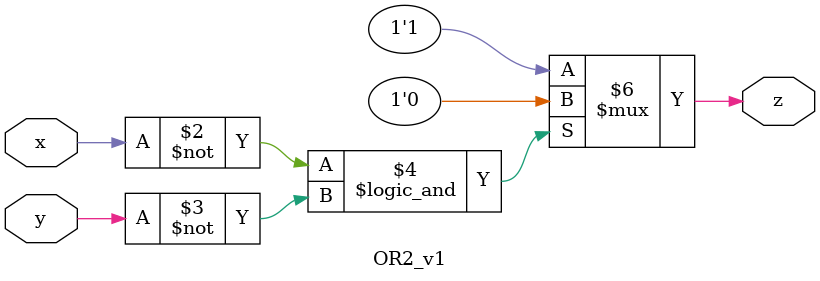
<source format=v>


module OR2_v1 (x, y, z);

	input x, y;
	output z ;
	reg z;
	
	always @ (x or y)
	begin
		if ((x == 0) && (y == 0)) 
			z = 0;
		else 
			z = 1;
	end

endmodule
</source>
